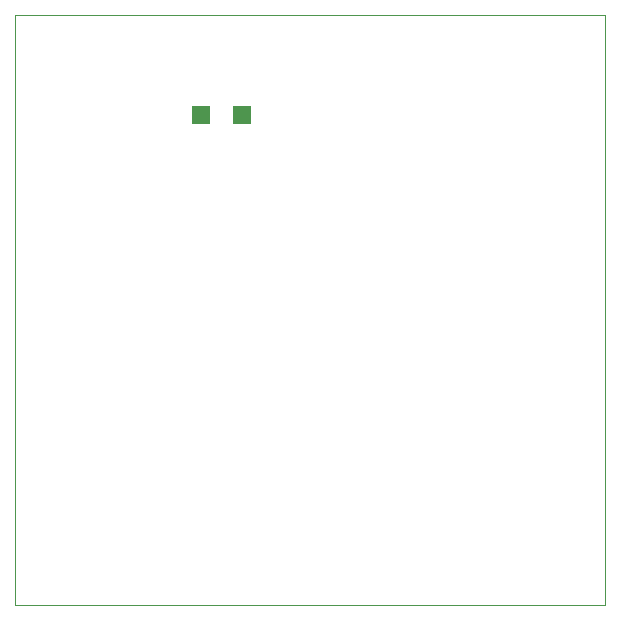
<source format=gbp>
G75*
%MOIN*%
%OFA0B0*%
%FSLAX24Y24*%
%IPPOS*%
%LPD*%
%AMOC8*
5,1,8,0,0,1.08239X$1,22.5*
%
%ADD10C,0.0000*%
%ADD11R,0.0591X0.0591*%
D10*
X000415Y000100D02*
X000415Y019785D01*
X020100Y019785D01*
X020100Y000100D01*
X000415Y000100D01*
D11*
X006616Y016439D03*
X007994Y016439D03*
M02*

</source>
